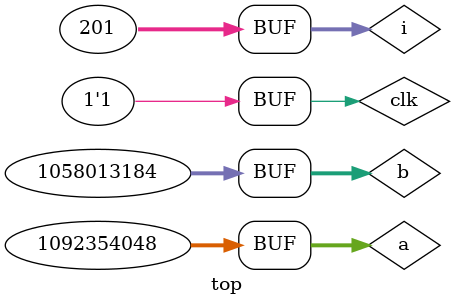
<source format=v>
`include "include.v"

module top;

    reg [31:0] a, b;
    wire [31:0]sum;
    integer i;
    reg clk;
    
    FPMul adder (clk,a,b,sum);

    initial 
    begin
        #0 clk = 0;
        for(i=0;i<=200;i++)
        begin
            #1 clk = ~clk;
        end
    end
    
    initial
    begin
        // 10000 - 8000
        #0 a=32'd50;b=32'd60;

        // 800 - 800
        #2 a=32'b01000101111110100000000000000000;b=32'b11000101111110100000000000000000;

        //1.234 + 63.201 = (supposed) 64.435 but gets 64.4349975586 because of floating point precision error
        #2 a=32'b11010111111111011011100010101111;b=32'b11010111111111011011100010110000;

        // 9.75 + 0.5625 = 10.3125
        #2 a={1'b0,{8'b10000010},23'b00111000000000000000000}; b={1'b0,{8'b01111110},23'b00100000000000000000000};
    end
    initial
    begin
        $monitor($time, " A=%b \tB=%b\tC=%b\n",a,b,sum);
    end

endmodule

</source>
